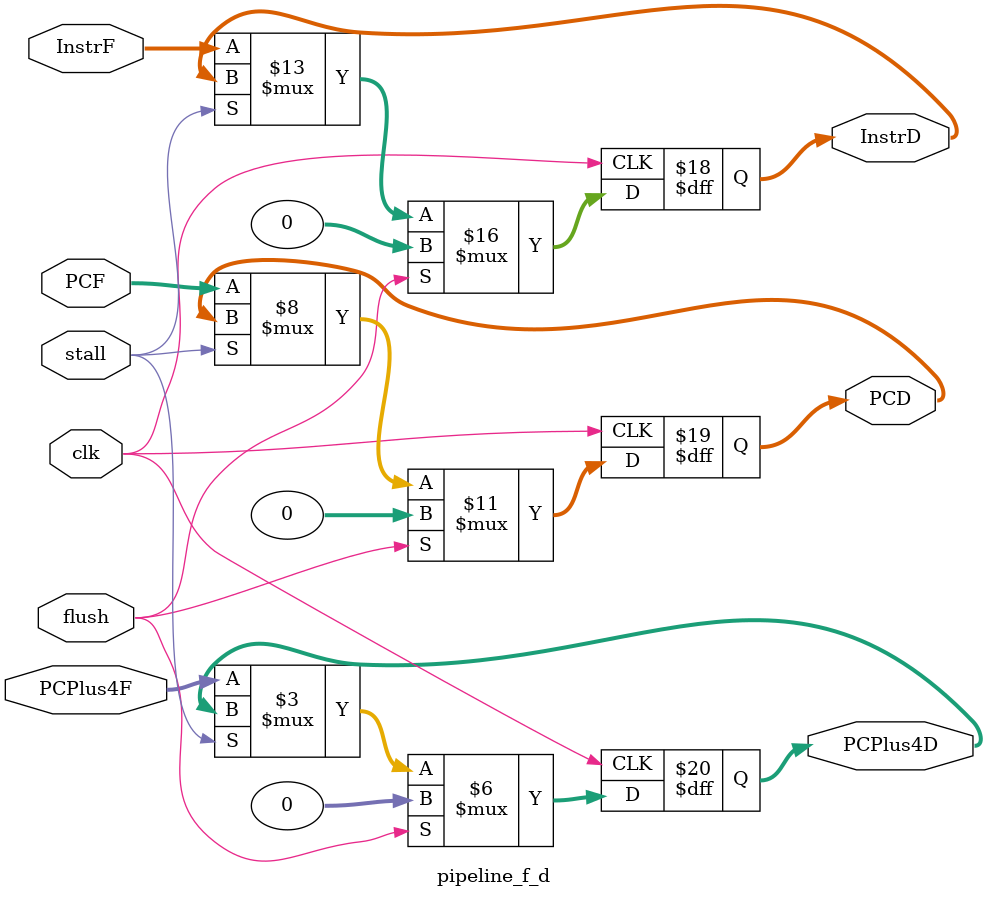
<source format=sv>
module pipeline_f_d #(
    parameter   DATA_WIDTH = 32
)(
    input logic                     clk,
    input logic                     stall,
    input logic                     flush,
    input logic [DATA_WIDTH -1:0]   InstrF,  
    input logic [DATA_WIDTH -1:0]   PCF,  
    input logic [DATA_WIDTH -1:0]   PCPlus4F, 
    output logic[DATA_WIDTH -1:0]   InstrD,
    output logic[DATA_WIDTH -1:0]   PCD,
    output logic[DATA_WIDTH -1:0]   PCPlus4D
);

    always_ff @(posedge clk) begin
        if(flush) begin
            InstrD <= 0;
            PCD <= 0;
            PCPlus4D <= 0;
        end
        else if(!stall) begin
            InstrD <= InstrF;
            PCD <= PCF;
            PCPlus4D <= PCPlus4F;
        end
    end

endmodule


</source>
